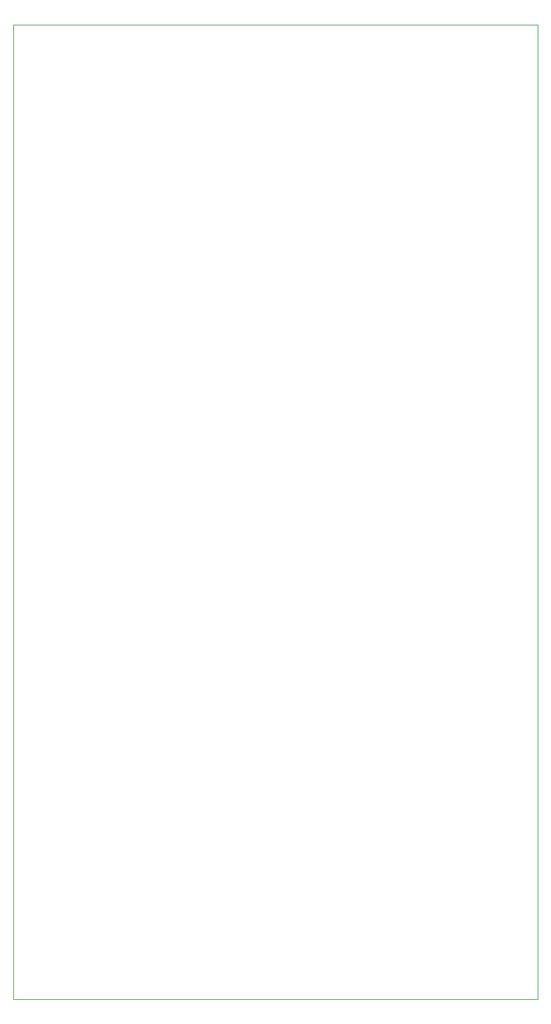
<source format=gbr>
%TF.GenerationSoftware,KiCad,Pcbnew,8.0.6*%
%TF.CreationDate,2025-03-07T17:01:16-07:00*%
%TF.ProjectId,Capstone_DataLogger,43617073-746f-46e6-955f-446174614c6f,rev?*%
%TF.SameCoordinates,Original*%
%TF.FileFunction,Profile,NP*%
%FSLAX46Y46*%
G04 Gerber Fmt 4.6, Leading zero omitted, Abs format (unit mm)*
G04 Created by KiCad (PCBNEW 8.0.6) date 2025-03-07 17:01:16*
%MOMM*%
%LPD*%
G01*
G04 APERTURE LIST*
%TA.AperFunction,Profile*%
%ADD10C,0.050000*%
%TD*%
G04 APERTURE END LIST*
D10*
X102500000Y-29000000D02*
X172500000Y-29000000D01*
X172500000Y-159000000D01*
X102500000Y-159000000D01*
X102500000Y-29000000D01*
M02*

</source>
